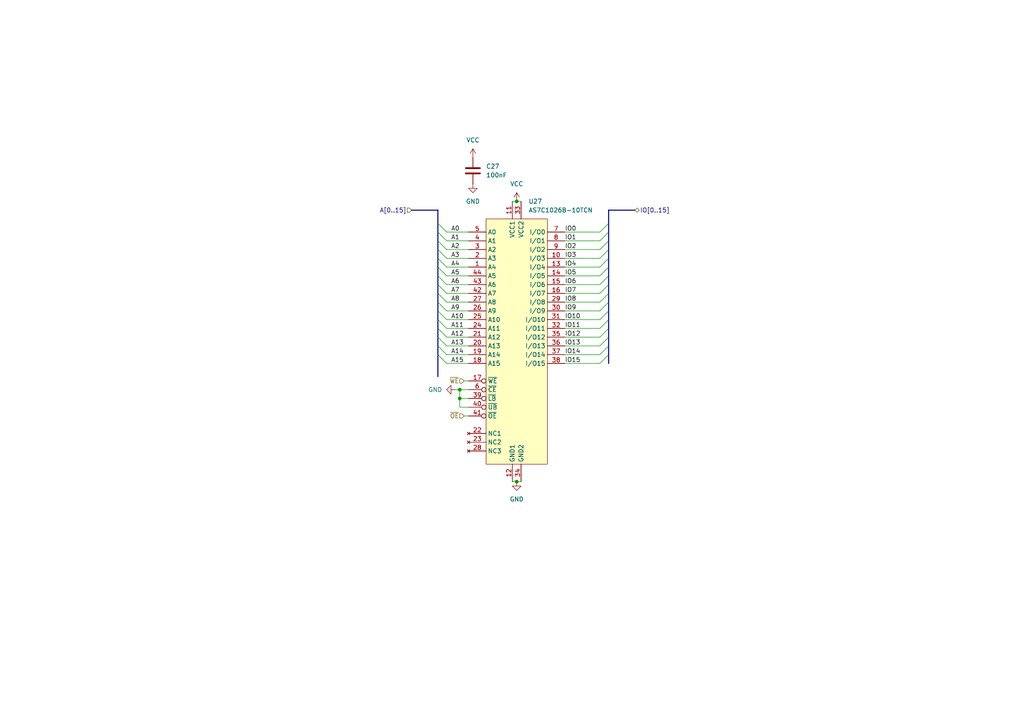
<source format=kicad_sch>
(kicad_sch (version 20250114) (generator "eeschema") (generator_version "9.0")
  (paper "A4")
  (lib_symbols
    (symbol "Device:C" (pin_numbers (hide yes)) (pin_names (offset 0.254))
      (property "Reference" "C" (at 0.635 2.54 0))
      (property "Value" "C" (at 0.635 -2.54 0))
      (symbol "C_0_1"
        (polyline (pts (xy -2.032 0.762) (xy 2.032 0.762)) (stroke (width 0.508)))
        (polyline (pts (xy -2.032 -0.762) (xy 2.032 -0.762)) (stroke (width 0.508)))
      )
      (symbol "C_1_1"
        (pin passive line (at 0 3.81 270) (length 2.794) (name "~") (number "1"))
        (pin passive line (at 0 -3.81 90) (length 2.794) (name "~") (number "2"))
      )
    )
    (symbol "mALUch_lib:RAM_AS7C1026B-10TCN"
      (property "Reference" "U" (at 2.794 37.084 0))
      (property "Value" "AS7C1026B-10TCN" (at 11.43 34.544 0))
      (symbol "RAM_AS7C1026B-10TCN_1_1"
        (rectangle (start -8.89 33.02) (end 8.89 -38.1) (fill (type background)))
        (pin input line (at -13.97 29.21 0) (length 5.08) (name "A0") (number "5"))
        (pin input line (at -13.97 26.67 0) (length 5.08) (name "A1") (number "4"))
        (pin input line (at -13.97 24.13 0) (length 5.08) (name "A2") (number "3"))
        (pin input line (at -13.97 21.59 0) (length 5.08) (name "A3") (number "2"))
        (pin input line (at -13.97 19.05 0) (length 5.08) (name "A4") (number "1"))
        (pin input line (at -13.97 16.51 0) (length 5.08) (name "A5") (number "44"))
        (pin input line (at -13.97 13.97 0) (length 5.08) (name "A6") (number "43"))
        (pin input line (at -13.97 11.43 0) (length 5.08) (name "A7") (number "42"))
        (pin input line (at -13.97 8.89 0) (length 5.08) (name "A8") (number "27"))
        (pin input line (at -13.97 6.35 0) (length 5.08) (name "A9") (number "26"))
        (pin input line (at -13.97 3.81 0) (length 5.08) (name "A10") (number "25"))
        (pin input line (at -13.97 1.27 0) (length 5.08) (name "A11") (number "24"))
        (pin input line (at -13.97 -1.27 0) (length 5.08) (name "A12") (number "21"))
        (pin input line (at -13.97 -3.81 0) (length 5.08) (name "A13") (number "20"))
        (pin input line (at -13.97 -6.35 0) (length 5.08) (name "A14") (number "19"))
        (pin input line (at -13.97 -8.89 0) (length 5.08) (name "A15") (number "18"))
        (pin input inverted (at -13.97 -13.97 0) (length 5.08) (name "~{WE}") (number "17"))
        (pin input inverted (at -13.97 -16.51 0) (length 5.08) (name "~{CE}") (number "6"))
        (pin input inverted (at -13.97 -19.05 0) (length 5.08) (name "~{LB}") (number "39"))
        (pin input inverted (at -13.97 -21.59 0) (length 5.08) (name "~{UB}") (number "40"))
        (pin input inverted (at -13.97 -24.13 0) (length 5.08) (name "~{OE}") (number "41"))
        (pin no_connect line (at -13.97 -29.21 0) (length 5.08) (name "NC1") (number "22"))
        (pin no_connect line (at -13.97 -31.75 0) (length 5.08) (name "NC2") (number "23"))
        (pin no_connect line (at -13.97 -34.29 0) (length 5.08) (name "NC3") (number "28"))
        (pin power_in line (at -1.27 38.1 270) (length 5.08) (name "VCC1") (number "11"))
        (pin power_in line (at -1.27 -43.18 90) (length 5.08) (name "GND1") (number "12"))
        (pin power_in line (at 1.27 38.1 270) (length 5.08) (name "VCC2") (number "33"))
        (pin power_in line (at 1.27 -43.18 90) (length 5.08) (name "GND2") (number "34"))
        (pin bidirectional line (at 13.97 29.21 180) (length 5.08) (name "I/O0") (number "7"))
        (pin bidirectional line (at 13.97 26.67 180) (length 5.08) (name "I/O1") (number "8"))
        (pin bidirectional line (at 13.97 24.13 180) (length 5.08) (name "I/O2") (number "9"))
        (pin bidirectional line (at 13.97 21.59 180) (length 5.08) (name "I/O3") (number "10"))
        (pin bidirectional line (at 13.97 19.05 180) (length 5.08) (name "I/O4") (number "13"))
        (pin bidirectional line (at 13.97 16.51 180) (length 5.08) (name "I/O5") (number "14"))
        (pin bidirectional line (at 13.97 13.97 180) (length 5.08) (name "I/O6") (number "15"))
        (pin bidirectional line (at 13.97 11.43 180) (length 5.08) (name "I/O7") (number "16"))
        (pin bidirectional line (at 13.97 8.89 180) (length 5.08) (name "I/O8") (number "29"))
        (pin bidirectional line (at 13.97 6.35 180) (length 5.08) (name "I/O9") (number "30"))
        (pin bidirectional line (at 13.97 3.81 180) (length 5.08) (name "I/O10") (number "31"))
        (pin bidirectional line (at 13.97 1.27 180) (length 5.08) (name "I/O11") (number "32"))
        (pin bidirectional line (at 13.97 -1.27 180) (length 5.08) (name "I/O12") (number "35"))
        (pin bidirectional line (at 13.97 -3.81 180) (length 5.08) (name "I/O13") (number "36"))
        (pin bidirectional line (at 13.97 -6.35 180) (length 5.08) (name "I/O14") (number "37"))
        (pin bidirectional line (at 13.97 -8.89 180) (length 5.08) (name "I/O15") (number "38"))
      )
    )
    (symbol "power:GND" (power) (pin_numbers (hide yes)) (pin_names (offset 0) (hide yes))
      (property "Value" "GND" (at 0 -3.81 0))
      (symbol "GND_0_1"
        (polyline (pts (xy 0 0) (xy 0 -1.27) (xy 1.27 -1.27) (xy 0 -2.54) (xy -1.27 -1.27) (xy 0 -1.27)))
      )
      (symbol "GND_1_1"
        (pin power_in line (at 0 0 270) (length 0) (name "~") (number "1"))
      )
    )
    (symbol "power:VCC" (power) (pin_numbers (hide yes)) (pin_names (offset 0) (hide yes))
      (property "Value" "VCC" (at 0 3.556 0))
      (symbol "VCC_0_1"
        (polyline (pts (xy -0.762 1.27) (xy 0 2.54)))
        (polyline (pts (xy 0 2.54) (xy 0.762 1.27)))
        (polyline (pts (xy 0 0) (xy 0 2.54)))
      )
      (symbol "VCC_1_1"
        (pin power_in line (at 0 0 90) (length 0) (name "~") (number "1"))
      )
    )
  )
  (junction (at 149.86 58.42))
  (junction (at 149.86 139.7))
  (junction (at 133.35 115.57))
  (junction (at 133.35 113.03))
  (bus_entry (at 127 72.39) (size 2.54 2.54))
  (bus_entry (at 176.53 80.01) (size -2.54 2.54))
  (bus_entry (at 176.53 87.63) (size -2.54 2.54))
  (bus_entry (at 127 64.77) (size 2.54 2.54))
  (bus_entry (at 176.53 90.17) (size -2.54 2.54))
  (bus_entry (at 127 69.85) (size 2.54 2.54))
  (bus_entry (at 176.53 100.33) (size -2.54 2.54))
  (bus_entry (at 176.53 95.25) (size -2.54 2.54))
  (bus_entry (at 127 77.47) (size 2.54 2.54))
  (bus_entry (at 127 87.63) (size 2.54 2.54))
  (bus_entry (at 127 85.09) (size 2.54 2.54))
  (bus_entry (at 127 100.33) (size 2.54 2.54))
  (bus_entry (at 127 80.01) (size 2.54 2.54))
  (bus_entry (at 127 92.71) (size 2.54 2.54))
  (bus_entry (at 127 90.17) (size 2.54 2.54))
  (bus_entry (at 176.53 85.09) (size -2.54 2.54))
  (bus_entry (at 176.53 67.31) (size -2.54 2.54))
  (bus_entry (at 176.53 64.77) (size -2.54 2.54))
  (bus_entry (at 127 74.93) (size 2.54 2.54))
  (bus_entry (at 127 97.79) (size 2.54 2.54))
  (bus_entry (at 176.53 74.93) (size -2.54 2.54))
  (bus_entry (at 176.53 72.39) (size -2.54 2.54))
  (bus_entry (at 176.53 102.87) (size -2.54 2.54))
  (bus_entry (at 176.53 92.71) (size -2.54 2.54))
  (bus_entry (at 127 95.25) (size 2.54 2.54))
  (bus_entry (at 176.53 69.85) (size -2.54 2.54))
  (bus_entry (at 176.53 97.79) (size -2.54 2.54))
  (bus_entry (at 127 67.31) (size 2.54 2.54))
  (bus_entry (at 176.53 77.47) (size -2.54 2.54))
  (bus_entry (at 127 82.55) (size 2.54 2.54))
  (bus_entry (at 127 102.87) (size 2.54 2.54))
  (bus_entry (at 176.53 82.55) (size -2.54 2.54))
  (wire (pts (xy 163.83 90.17) (xy 173.99 90.17)))
  (bus (pts (xy 127 64.77) (xy 127 67.31)))
  (wire (pts (xy 163.83 105.41) (xy 173.99 105.41)))
  (wire (pts (xy 163.83 67.31) (xy 173.99 67.31)))
  (bus (pts (xy 127 82.55) (xy 127 85.09)))
  (bus (pts (xy 176.53 80.01) (xy 176.53 82.55)))
  (wire (pts (xy 163.83 80.01) (xy 173.99 80.01)))
  (wire (pts (xy 129.54 97.79) (xy 135.89 97.79)))
  (wire (pts (xy 129.54 87.63) (xy 135.89 87.63)))
  (bus (pts (xy 176.53 69.85) (xy 176.53 72.39)))
  (bus (pts (xy 127 69.85) (xy 127 72.39)))
  (bus (pts (xy 176.53 60.96) (xy 176.53 64.77)))
  (bus (pts (xy 176.53 87.63) (xy 176.53 90.17)))
  (bus (pts (xy 127 85.09) (xy 127 87.63)))
  (bus (pts (xy 176.53 85.09) (xy 176.53 87.63)))
  (wire (pts (xy 134.62 120.65) (xy 135.89 120.65)))
  (bus (pts (xy 127 100.33) (xy 127 102.87)))
  (wire (pts (xy 129.54 72.39) (xy 135.89 72.39)))
  (wire (pts (xy 129.54 77.47) (xy 135.89 77.47)))
  (bus (pts (xy 127 77.47) (xy 127 80.01)))
  (wire (pts (xy 133.35 115.57) (xy 133.35 118.11)))
  (wire (pts (xy 163.83 77.47) (xy 173.99 77.47)))
  (wire (pts (xy 163.83 85.09) (xy 173.99 85.09)))
  (wire (pts (xy 129.54 74.93) (xy 135.89 74.93)))
  (bus (pts (xy 127 87.63) (xy 127 90.17)))
  (bus (pts (xy 184.15 60.96) (xy 176.53 60.96)))
  (bus (pts (xy 176.53 67.31) (xy 176.53 69.85)))
  (wire (pts (xy 163.83 92.71) (xy 173.99 92.71)))
  (bus (pts (xy 176.53 74.93) (xy 176.53 77.47)))
  (bus (pts (xy 127 80.01) (xy 127 82.55)))
  (bus (pts (xy 127 74.93) (xy 127 77.47)))
  (wire (pts (xy 129.54 85.09) (xy 135.89 85.09)))
  (bus (pts (xy 176.53 95.25) (xy 176.53 97.79)))
  (bus (pts (xy 127 95.25) (xy 127 97.79)))
  (bus (pts (xy 176.53 100.33) (xy 176.53 102.87)))
  (bus (pts (xy 127 72.39) (xy 127 74.93)))
  (wire (pts (xy 129.54 69.85) (xy 135.89 69.85)))
  (wire (pts (xy 163.83 97.79) (xy 173.99 97.79)))
  (bus (pts (xy 176.53 97.79) (xy 176.53 100.33)))
  (wire (pts (xy 129.54 100.33) (xy 135.89 100.33)))
  (wire (pts (xy 129.54 92.71) (xy 135.89 92.71)))
  (bus (pts (xy 176.53 82.55) (xy 176.53 85.09)))
  (wire (pts (xy 163.83 95.25) (xy 173.99 95.25)))
  (wire (pts (xy 129.54 90.17) (xy 135.89 90.17)))
  (wire (pts (xy 163.83 82.55) (xy 173.99 82.55)))
  (bus (pts (xy 176.53 77.47) (xy 176.53 80.01)))
  (bus (pts (xy 127 67.31) (xy 127 69.85)))
  (wire (pts (xy 163.83 69.85) (xy 173.99 69.85)))
  (bus (pts (xy 176.53 90.17) (xy 176.53 92.71)))
  (wire (pts (xy 148.59 58.42) (xy 149.86 58.42)))
  (wire (pts (xy 129.54 80.01) (xy 135.89 80.01)))
  (wire (pts (xy 148.59 139.7) (xy 149.86 139.7)))
  (wire (pts (xy 149.86 139.7) (xy 151.13 139.7)))
  (wire (pts (xy 129.54 67.31) (xy 135.89 67.31)))
  (wire (pts (xy 163.83 72.39) (xy 173.99 72.39)))
  (wire (pts (xy 163.83 100.33) (xy 173.99 100.33)))
  (wire (pts (xy 129.54 82.55) (xy 135.89 82.55)))
  (wire (pts (xy 133.35 113.03) (xy 133.35 115.57)))
  (wire (pts (xy 133.35 118.11) (xy 135.89 118.11)))
  (bus (pts (xy 127 92.71) (xy 127 95.25)))
  (wire (pts (xy 133.35 115.57) (xy 135.89 115.57)))
  (bus (pts (xy 127 102.87) (xy 127 109.22)))
  (bus (pts (xy 176.53 64.77) (xy 176.53 67.31)))
  (wire (pts (xy 163.83 74.93) (xy 173.99 74.93)))
  (bus (pts (xy 127 60.96) (xy 127 64.77)))
  (wire (pts (xy 129.54 95.25) (xy 135.89 95.25)))
  (wire (pts (xy 149.86 58.42) (xy 151.13 58.42)))
  (bus (pts (xy 127 90.17) (xy 127 92.71)))
  (bus (pts (xy 176.53 92.71) (xy 176.53 95.25)))
  (bus (pts (xy 176.53 102.87) (xy 176.53 105.41)))
  (bus (pts (xy 127 97.79) (xy 127 100.33)))
  (bus (pts (xy 176.53 72.39) (xy 176.53 74.93)))
  (wire (pts (xy 129.54 105.41) (xy 135.89 105.41)))
  (wire (pts (xy 135.89 113.03) (xy 133.35 113.03)))
  (wire (pts (xy 132.08 113.03) (xy 133.35 113.03)))
  (wire (pts (xy 134.62 110.49) (xy 135.89 110.49)))
  (wire (pts (xy 163.83 87.63) (xy 173.99 87.63)))
  (bus (pts (xy 119.38 60.96) (xy 127 60.96)))
  (wire (pts (xy 163.83 102.87) (xy 173.99 102.87)))
  (wire (pts (xy 129.54 102.87) (xy 135.89 102.87)))
  (label "A2" (at 130.81 72.39 0))
  (label "IO2" (at 163.83 72.39 0))
  (label "A3" (at 130.81 74.93 0))
  (label "IO0" (at 163.83 67.31 0))
  (label "IO6" (at 163.83 82.55 0))
  (label "A0" (at 130.81 67.31 0))
  (label "IO3" (at 163.83 74.93 0))
  (label "A15" (at 130.81 105.41 0))
  (label "IO15" (at 163.83 105.41 0))
  (label "A12" (at 130.81 97.79 0))
  (label "A1" (at 130.81 69.85 0))
  (label "IO10" (at 163.83 92.71 0))
  (label "A9" (at 130.81 90.17 0))
  (label "IO5" (at 163.83 80.01 0))
  (label "IO9" (at 163.83 90.17 0))
  (label "A8" (at 130.81 87.63 0))
  (label "IO11" (at 163.83 95.25 0))
  (label "A6" (at 130.81 82.55 0))
  (label "IO7" (at 163.83 85.09 0))
  (label "A11" (at 130.81 95.25 0))
  (label "A4" (at 130.81 77.47 0))
  (label "IO12" (at 163.83 97.79 0))
  (label "IO8" (at 163.83 87.63 0))
  (label "IO4" (at 163.83 77.47 0))
  (label "A10" (at 130.81 92.71 0))
  (label "IO13" (at 163.83 100.33 0))
  (label "A7" (at 130.81 85.09 0))
  (label "A14" (at 130.81 102.87 0))
  (label "A5" (at 130.81 80.01 0))
  (label "A13" (at 130.81 100.33 0))
  (label "IO1" (at 163.83 69.85 0))
  (label "IO14" (at 163.83 102.87 0))
  (hierarchical_label "~{WE}" (shape input) (at 134.62 110.49 180))
  (hierarchical_label "A[0..15]" (shape input) (at 119.38 60.96 180))
  (hierarchical_label "IO[0..15]" (shape bidirectional) (at 184.15 60.96 0))
  (hierarchical_label "~{OE}" (shape input) (at 134.62 120.65 180))
  (symbol (lib_id "mALUch_lib:RAM_AS7C1026B-10TCN") (at 149.86 96.52 0) (unit 1)
    (property "Reference" "U27" (at 153.2733 58.42 0) (effects (justify left)))
    (property "Value" "AS7C1026B-10TCN" (at 153.2733 60.96 0) (effects (justify left)))
    (property "Datasheet" "https://www.tme.eu/Document/46d32e262fd3d2b42e2a04fb336a9d9b/AS7C1026B.pdf" (effects (hide yes)))
    (property "TME" "https://www.tme.eu/pl/details/as7c1026b-10tcn/pamieci-sram-rownolegle/alliance-memory/" (effects (hide yes)))
  )
  (symbol (lib_id "power:VCC") (at 149.86 58.42 0) (unit 1)
    (property "Reference" "#PWR0138" (effects (hide yes)))
    (property "Value" "VCC" (at 149.86 53.34 0))
    (property "Description" "Power symbol creates a global label with name \"VCC\"" (effects (hide yes)))
  )
  (symbol (lib_id "power:GND") (at 132.08 113.03 270) (unit 1)
    (property "Reference" "#PWR0135" (effects (hide yes)))
    (property "Value" "GND" (at 128.27 113.0299 90) (effects (justify right)))
    (property "Description" "Power symbol creates a global label with name \"GND\" , ground" (effects (hide yes)))
  )
  (symbol (lib_id "power:VCC") (at 137.16 45.72 0) (unit 1)
    (property "Reference" "#PWR0136" (effects (hide yes)))
    (property "Value" "VCC" (at 137.16 40.64 0))
    (property "Description" "Power symbol creates a global label with name \"VCC\"" (effects (hide yes)))
  )
  (symbol (lib_id "power:GND") (at 137.16 53.34 0) (unit 1)
    (property "Reference" "#PWR0137" (effects (hide yes)))
    (property "Value" "GND" (at 137.16 58.42 0))
    (property "Description" "Power symbol creates a global label with name \"GND\" , ground" (effects (hide yes)))
  )
  (symbol (lib_id "power:GND") (at 149.86 139.7 0) (unit 1)
    (property "Reference" "#PWR0139" (effects (hide yes)))
    (property "Value" "GND" (at 149.86 144.78 0))
    (property "Description" "Power symbol creates a global label with name \"GND\" , ground" (effects (hide yes)))
  )
  (symbol (lib_id "Device:C") (at 137.16 49.53 180) (unit 1)
    (property "Reference" "C27" (at 140.97 48.2599 0) (effects (justify right)))
    (property "Value" "100nF" (at 140.97 50.7999 0) (effects (justify right)))
    (property "Description" "Unpolarized capacitor" (effects (hide yes)))
  )
)
</source>
